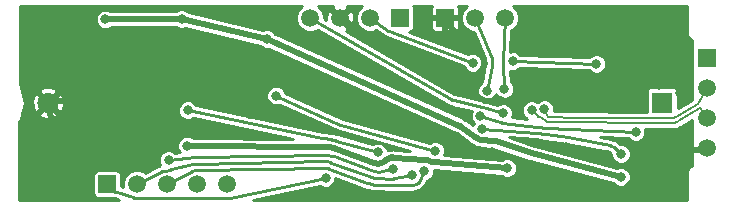
<source format=gbl>
G04 #@! TF.FileFunction,Copper,L2,Bot,Signal*
%FSLAX46Y46*%
G04 Gerber Fmt 4.6, Leading zero omitted, Abs format (unit mm)*
G04 Created by KiCad (PCBNEW 4.0.0-rc1-stable) date 18.12.2015 2:10:39*
%MOMM*%
G01*
G04 APERTURE LIST*
%ADD10C,0.100000*%
%ADD11R,1.800860X1.800860*%
%ADD12C,1.800860*%
%ADD13R,1.500000X1.500000*%
%ADD14C,1.500000*%
%ADD15C,0.800000*%
%ADD16C,0.500000*%
%ADD17C,0.250000*%
%ADD18C,0.200000*%
%ADD19C,0.254000*%
G04 APERTURE END LIST*
D10*
D11*
X173999440Y-118500000D03*
D12*
X122000560Y-118500000D03*
D13*
X155600000Y-111300000D03*
D14*
X158140000Y-111300000D03*
X160680000Y-111300000D03*
D13*
X177800000Y-114700000D03*
D14*
X177800000Y-117240000D03*
X177800000Y-119780000D03*
X177800000Y-122320000D03*
D13*
X151800000Y-111300000D03*
D14*
X149260000Y-111300000D03*
X146720000Y-111300000D03*
X144180000Y-111300000D03*
X137160000Y-125400000D03*
D13*
X127000000Y-125400000D03*
D14*
X129540000Y-125400000D03*
X132080000Y-125400000D03*
X134620000Y-125400000D03*
D15*
X174603000Y-122891400D03*
X166858800Y-122522700D03*
X169399800Y-122926800D03*
X164244400Y-116939000D03*
X168046600Y-116651600D03*
X163044100Y-112198900D03*
X172978700Y-112316800D03*
X157633300Y-113502700D03*
X156532700Y-117482000D03*
X160381200Y-118321200D03*
X154460800Y-120531900D03*
X156416600Y-121297000D03*
X159641800Y-125979900D03*
X165908700Y-126001900D03*
X134212400Y-117066600D03*
X142037000Y-119356200D03*
X138972800Y-119477600D03*
X132227600Y-114610500D03*
X126594700Y-117739500D03*
X122950400Y-123200600D03*
X147044400Y-119591000D03*
X148001700Y-117946200D03*
X120575400Y-121159500D03*
X123982900Y-119942600D03*
X127341600Y-119261100D03*
X129532200Y-120624100D03*
X132209400Y-120916100D03*
X132842300Y-117557400D03*
X138488900Y-117800800D03*
X145936600Y-113663100D03*
X145352500Y-117460000D03*
X136687800Y-121208200D03*
X126416800Y-123301400D03*
X128948000Y-122717200D03*
X145354800Y-120690100D03*
X158201000Y-126021200D03*
X156466700Y-122295800D03*
X159614000Y-122681200D03*
X162279600Y-113271400D03*
X167771400Y-113175000D03*
X166936400Y-118955800D03*
X163243100Y-121878300D03*
X165876600Y-122231600D03*
X168028300Y-125507400D03*
X175125800Y-111312300D03*
X173744900Y-116964700D03*
X175511200Y-117671200D03*
X133769200Y-122133000D03*
X160879100Y-124037900D03*
X140539300Y-113109200D03*
X170479200Y-124778200D03*
X133294000Y-111393400D03*
X126849900Y-111444300D03*
X132191900Y-123346200D03*
X151214600Y-124092100D03*
X158748000Y-120682700D03*
X170505600Y-122837100D03*
X161338000Y-114977000D03*
X168426700Y-115208800D03*
X133822300Y-119127700D03*
X149912100Y-122704700D03*
X145499700Y-124849200D03*
X152776000Y-124656600D03*
X153853600Y-124289800D03*
X141297500Y-117899500D03*
X154783300Y-122577100D03*
X159153000Y-117488300D03*
X160634400Y-117346600D03*
X164022100Y-119051100D03*
X162924600Y-119125600D03*
X160496200Y-119353000D03*
X157958200Y-115119600D03*
X158589400Y-119587100D03*
X171737200Y-120981400D03*
D16*
X163044100Y-112198900D02*
X167771400Y-113175000D01*
X132209400Y-120916100D02*
X129532200Y-120624100D01*
X127341600Y-119261100D02*
X126594700Y-117739500D01*
X129532200Y-120624100D02*
X128948000Y-122717200D01*
X156466700Y-122295800D02*
X156416600Y-121297000D01*
X166936400Y-118955800D02*
X168046600Y-116651600D01*
X165876600Y-122231600D02*
X163243100Y-121878300D01*
X173744900Y-116964700D02*
X175125800Y-111312300D01*
X174939400Y-117050900D02*
X173744900Y-116964700D01*
X175101800Y-117062700D02*
X174939400Y-117050900D01*
X175361000Y-117258500D02*
X175101800Y-117062700D01*
X175416800Y-117411600D02*
X175361000Y-117258500D01*
X175511200Y-117671200D02*
X175416800Y-117411600D01*
X147044400Y-119591000D02*
X148001700Y-117946200D01*
X122000600Y-118500000D02*
X122950400Y-123200600D01*
X122000600Y-118500000D02*
X126594700Y-117739500D01*
X134212400Y-117066600D02*
X132227600Y-114610500D01*
X138972800Y-119477600D02*
X142037000Y-119356200D01*
X134212400Y-117066600D02*
X138972800Y-119477600D01*
X146720000Y-111300000D02*
X156532700Y-117482000D01*
X159641800Y-125979900D02*
X165908700Y-126001900D01*
X154460800Y-120531900D02*
X156416600Y-121297000D01*
X158870300Y-118298100D02*
X156532700Y-117482000D01*
X159093800Y-118347400D02*
X159170400Y-118345800D01*
X158942600Y-118323300D02*
X159093800Y-118347400D01*
X158870300Y-118298100D02*
X158942600Y-118323300D01*
X160381200Y-118321200D02*
X159170400Y-118345800D01*
X158552900Y-115860600D02*
X156532700Y-117482000D01*
X158760800Y-114571100D02*
X158611800Y-114430000D01*
X158916000Y-114953300D02*
X158760800Y-114571100D01*
X158899200Y-115363800D02*
X158916000Y-114953300D01*
X158713200Y-115732100D02*
X158899200Y-115363800D01*
X158552900Y-115860600D02*
X158713200Y-115732100D01*
X157633300Y-113502700D02*
X158611800Y-114430000D01*
X156100000Y-111800000D02*
X155600000Y-111300000D01*
X156100000Y-112050000D02*
X156100000Y-111800000D01*
X156144600Y-112202500D02*
X156185500Y-112238300D01*
X156100000Y-112104100D02*
X156144600Y-112202500D01*
X156100000Y-112050000D02*
X156100000Y-112104100D01*
X157633300Y-113502700D02*
X156185500Y-112238300D01*
X167771400Y-113175000D02*
X172978700Y-112316800D01*
X164244400Y-116939000D02*
X168046600Y-116651600D01*
X166858800Y-122522700D02*
X169399800Y-122926800D01*
X177800000Y-122320000D02*
X174603000Y-122891400D01*
X154704500Y-123523900D02*
X160879100Y-124037900D01*
X154659600Y-123520200D02*
X154704500Y-123523900D01*
X154569700Y-123504000D02*
X154659600Y-123520200D01*
X154526600Y-123491900D02*
X154569700Y-123504000D01*
X154110300Y-123375000D02*
X154526600Y-123491900D01*
X153972400Y-123345900D02*
X153924600Y-123342400D01*
X154065600Y-123362400D02*
X153972400Y-123345900D01*
X154110300Y-123375000D02*
X154065600Y-123362400D01*
X151285600Y-123144700D02*
X153924600Y-123342400D01*
X150745000Y-123245500D02*
X150602800Y-123365200D01*
X151099700Y-123130800D02*
X150745000Y-123245500D01*
X151285600Y-123144700D02*
X151099700Y-123130800D01*
X150523900Y-123431600D02*
X150602800Y-123365200D01*
X150427900Y-123512500D02*
X150523900Y-123431600D01*
X150198100Y-123619500D02*
X150427900Y-123512500D01*
X149949900Y-123662400D02*
X150198100Y-123619500D01*
X149699100Y-123639200D02*
X149949900Y-123662400D01*
X149580300Y-123595000D02*
X149699100Y-123639200D01*
X146407900Y-122412600D02*
X149580300Y-123595000D01*
X145751800Y-122251200D02*
X145525300Y-122248900D01*
X146194700Y-122333300D02*
X145751800Y-122251200D01*
X146407900Y-122412600D02*
X146194700Y-122333300D01*
X133769200Y-122133000D02*
X145525300Y-122248900D01*
X133294000Y-111393400D02*
X126849900Y-111444300D01*
X140539300Y-113109200D02*
X133294000Y-111393400D01*
X162999800Y-122796700D02*
X170479200Y-124778200D01*
X162945200Y-122780500D02*
X162999800Y-122796700D01*
X159911900Y-121779000D02*
X162945200Y-122780500D01*
X159762400Y-121741300D02*
X159710500Y-121736000D01*
X159863000Y-121762900D02*
X159762400Y-121741300D01*
X159911900Y-121779000D02*
X159863000Y-121762900D01*
X158651500Y-121627900D02*
X159710500Y-121736000D01*
X158521700Y-121614700D02*
X158651500Y-121627900D01*
X158277900Y-121518700D02*
X158521700Y-121614700D01*
X158172900Y-121439000D02*
X158277900Y-121518700D01*
X156991700Y-120540700D02*
X158172900Y-121439000D01*
X156855300Y-120452500D02*
X156806500Y-120430600D01*
X156948100Y-120507600D02*
X156855300Y-120452500D01*
X156991700Y-120540700D02*
X156948100Y-120507600D01*
X140539300Y-113109200D02*
X156806500Y-120430600D01*
D17*
X134403700Y-123135000D02*
X132191900Y-123346200D01*
X134447100Y-123130900D02*
X134403700Y-123135000D01*
X134534300Y-123125900D02*
X134447100Y-123130900D01*
X134578000Y-123125100D02*
X134534300Y-123125900D01*
X145464200Y-122924200D02*
X134578000Y-123125100D01*
X145646100Y-122920900D02*
X145464200Y-122924200D01*
X146001500Y-122981600D02*
X145646100Y-122920900D01*
X146172100Y-123045100D02*
X146001500Y-122981600D01*
X149344500Y-124227600D02*
X146172100Y-123045100D01*
X150019700Y-124342700D02*
X150245700Y-124295300D01*
X149561300Y-124308300D02*
X150019700Y-124342700D01*
X149344500Y-124227600D02*
X149561300Y-124308300D01*
X151214600Y-124092100D02*
X150245700Y-124295300D01*
X169966800Y-122327400D02*
X170505600Y-122837100D01*
X169674000Y-122139900D02*
X169559500Y-122117300D01*
X169881400Y-122246800D02*
X169674000Y-122139900D01*
X169966800Y-122327400D02*
X169881400Y-122246800D01*
X166036300Y-121422100D02*
X169559500Y-122117300D01*
X166036300Y-121422100D02*
X165980500Y-121413100D01*
X164117700Y-121176700D02*
X165980500Y-121413100D01*
X164086000Y-121172200D02*
X164117700Y-121176700D01*
X163367500Y-121062600D02*
X164086000Y-121172200D01*
X163367500Y-121062600D02*
X163310400Y-121055900D01*
X158748000Y-120682700D02*
X163310400Y-121055900D01*
X161338000Y-114977000D02*
X168426700Y-115208800D01*
X146400700Y-121700100D02*
X149912100Y-122704700D01*
X146061300Y-121620200D02*
X145945900Y-121604200D01*
X146290700Y-121668600D02*
X146061300Y-121620200D01*
X146400700Y-121700100D02*
X146290700Y-121668600D01*
X145242400Y-121507500D02*
X145945900Y-121604200D01*
X145186300Y-121497800D02*
X145242400Y-121507500D01*
X133822300Y-119127700D02*
X145186300Y-121497800D01*
X137401500Y-126550000D02*
X145499700Y-124849200D01*
X137342000Y-126562500D02*
X137401500Y-126550000D01*
X137221600Y-126575100D02*
X137342000Y-126562500D01*
X137160000Y-126575100D02*
X137221600Y-126575100D01*
X129540000Y-126575100D02*
X137160000Y-126575100D01*
X129440800Y-126575100D02*
X129540000Y-126575100D01*
X129244200Y-126541600D02*
X129440800Y-126575100D01*
X129151100Y-126508900D02*
X129244200Y-126541600D01*
X127791400Y-126032000D02*
X129151100Y-126508900D01*
X127760600Y-126024900D02*
X127750000Y-126025000D01*
X127781500Y-126028500D02*
X127760600Y-126024900D01*
X127791400Y-126032000D02*
X127781500Y-126028500D01*
X127625000Y-126025000D02*
X127750000Y-126025000D01*
X127000000Y-125400000D02*
X127625000Y-126025000D01*
X131536400Y-124358200D02*
X129540000Y-125400000D01*
X131614700Y-124317400D02*
X131536400Y-124358200D01*
X131781800Y-124260000D02*
X131614700Y-124317400D01*
X131868700Y-124244100D02*
X131781800Y-124260000D01*
X132340300Y-124157900D02*
X131868700Y-124244100D01*
X132340300Y-124157900D02*
X132378700Y-124149900D01*
X134229300Y-123719600D02*
X132378700Y-124149900D01*
X134318300Y-123699000D02*
X134229300Y-123719600D01*
X134497800Y-123676800D02*
X134318300Y-123699000D01*
X134588200Y-123675100D02*
X134497800Y-123676800D01*
X145474300Y-123474200D02*
X134588200Y-123675100D01*
X145604300Y-123471900D02*
X145474300Y-123474200D01*
X145858200Y-123515300D02*
X145604300Y-123471900D01*
X145980000Y-123560600D02*
X145858200Y-123515300D01*
X149152400Y-124743000D02*
X145980000Y-123560600D01*
X149671000Y-124874000D02*
X149850900Y-124879100D01*
X149320000Y-124805500D02*
X149671000Y-124874000D01*
X149152400Y-124743000D02*
X149320000Y-124805500D01*
X151191400Y-124916900D02*
X149850900Y-124879100D01*
X151316600Y-124912000D02*
X151356800Y-124904900D01*
X151233200Y-124918100D02*
X151316600Y-124912000D01*
X151191400Y-124916900D02*
X151233200Y-124918100D01*
X152776000Y-124656600D02*
X151356800Y-124904900D01*
X134076400Y-124358200D02*
X132080000Y-125400000D01*
X134196900Y-124295300D02*
X134076400Y-124358200D01*
X134462400Y-124227600D02*
X134196900Y-124295300D01*
X134598300Y-124225100D02*
X134462400Y-124227600D01*
X145484500Y-124024200D02*
X134598300Y-124225100D01*
X145562500Y-124022900D02*
X145484500Y-124024200D01*
X145714800Y-124048900D02*
X145562500Y-124022900D01*
X145787900Y-124076100D02*
X145714800Y-124048900D01*
X148960200Y-125258500D02*
X145787900Y-124076100D01*
X149610000Y-125422600D02*
X149835400Y-125429000D01*
X149170200Y-125336800D02*
X149610000Y-125422600D01*
X148960200Y-125258500D02*
X149170200Y-125336800D01*
X151175900Y-125466800D02*
X149835400Y-125429000D01*
X151175900Y-125466800D02*
X151201900Y-125467200D01*
X152768400Y-125481700D02*
X151201900Y-125467200D01*
X153475800Y-125109800D02*
X153525300Y-125002000D01*
X153318200Y-125289900D02*
X153475800Y-125109800D01*
X153117400Y-125417200D02*
X153318200Y-125289900D01*
X152887300Y-125482800D02*
X153117400Y-125417200D01*
X152768400Y-125481700D02*
X152887300Y-125482800D01*
X153853600Y-124289800D02*
X153525300Y-125002000D01*
X146825400Y-120386500D02*
X154783300Y-122577100D01*
X146794500Y-120378000D02*
X146825400Y-120386500D01*
X146733500Y-120356000D02*
X146794500Y-120378000D01*
X146704600Y-120342900D02*
X146733500Y-120356000D01*
X141297500Y-117899500D02*
X146704600Y-120342900D01*
X159460500Y-114499600D02*
X158140000Y-111300000D01*
X159551500Y-114719700D02*
X159460500Y-114499600D01*
X159599200Y-115194400D02*
X159551500Y-114719700D01*
X159553500Y-115430000D02*
X159599200Y-115194400D01*
X159153000Y-117488300D02*
X159553500Y-115430000D01*
X160513800Y-114939300D02*
X160680000Y-111300000D01*
X160513000Y-114999800D02*
X160514000Y-115019600D01*
X160512900Y-114959400D02*
X160513000Y-114999800D01*
X160513800Y-114939300D02*
X160512900Y-114959400D01*
X160634400Y-117346600D02*
X160514000Y-115019600D01*
D18*
X166922300Y-119755800D02*
X164281600Y-119711600D01*
X166922300Y-119755800D02*
X166922300Y-119755800D01*
X166932500Y-119755900D02*
X166922300Y-119755800D01*
X166932500Y-119755900D02*
X166932500Y-119755900D01*
X171742900Y-119781300D02*
X166932500Y-119755900D01*
X171742900Y-119781300D02*
X171742900Y-119781300D01*
X171745300Y-119781300D02*
X171742900Y-119781300D01*
X171745300Y-119781300D02*
X171745300Y-119781300D01*
X171753400Y-119781400D02*
X171745300Y-119781300D01*
X171753400Y-119781400D02*
X171753400Y-119781400D01*
X171754600Y-119781400D02*
X171753400Y-119781400D01*
X171754600Y-119781400D02*
X171754600Y-119781400D01*
X173093100Y-119800400D02*
X171754600Y-119781400D01*
X173093100Y-119800400D02*
X173093100Y-119800400D01*
X173100200Y-119800500D02*
X173093100Y-119800400D01*
X173100200Y-119800500D02*
X173100200Y-119800500D01*
X174871900Y-119800500D02*
X173100200Y-119800500D01*
X174871900Y-119800500D02*
X174871900Y-119800500D01*
X175134000Y-119726000D02*
X174871900Y-119800500D01*
X175134000Y-119726000D02*
X175134000Y-119726000D01*
X176981200Y-118583400D02*
X175134000Y-119726000D01*
X164281600Y-119711600D02*
X164022100Y-119051100D01*
X177800000Y-117240000D02*
X176981200Y-118583400D01*
X166915600Y-120155700D02*
X164275000Y-120111600D01*
X166915600Y-120155700D02*
X166915600Y-120155700D01*
X166918800Y-120155800D02*
X166915600Y-120155700D01*
X166918800Y-120155800D02*
X166918800Y-120155800D01*
X166929000Y-120155900D02*
X166918800Y-120155800D01*
X166929000Y-120155900D02*
X166929000Y-120155900D01*
X166930400Y-120155900D02*
X166929000Y-120155900D01*
X166930400Y-120155900D02*
X166930400Y-120155900D01*
X171740800Y-120181300D02*
X166930400Y-120155900D01*
X171740800Y-120181300D02*
X171740800Y-120181300D01*
X171748900Y-120181400D02*
X171740800Y-120181300D01*
X171748900Y-120181400D02*
X171748900Y-120181400D01*
X173087400Y-120200400D02*
X171748900Y-120181400D01*
X173087400Y-120200400D02*
X173087400Y-120200400D01*
X173088400Y-120200400D02*
X173087400Y-120200400D01*
X173088400Y-120200400D02*
X173088400Y-120200400D01*
X173095500Y-120200500D02*
X173088400Y-120200400D01*
X173095500Y-120200500D02*
X173095500Y-120200500D01*
X173100200Y-120200500D02*
X173095500Y-120200500D01*
X173100200Y-120200500D02*
X173100200Y-120200500D01*
X174871900Y-120200500D02*
X173100200Y-120200500D01*
X174871900Y-120200500D02*
X174871900Y-120200500D01*
X174899600Y-120200500D02*
X174871900Y-120200500D01*
X174899600Y-120200500D02*
X174899600Y-120200500D01*
X174954300Y-120192900D02*
X174899600Y-120200500D01*
X174954300Y-120192900D02*
X174954300Y-120192900D01*
X174981200Y-120185300D02*
X174954300Y-120192900D01*
X174981200Y-120185300D02*
X174981200Y-120185300D01*
X175243300Y-120110800D02*
X174981200Y-120185300D01*
X175243300Y-120110800D02*
X175243300Y-120110800D01*
X175270200Y-120103100D02*
X175243300Y-120110800D01*
X175270200Y-120103100D02*
X175270200Y-120103100D01*
X175320700Y-120080800D02*
X175270200Y-120103100D01*
X175320700Y-120080800D02*
X175320700Y-120080800D01*
X175344500Y-120066100D02*
X175320700Y-120080800D01*
X175344500Y-120066100D02*
X175344500Y-120066100D01*
X177215200Y-118907800D02*
X175344500Y-120066100D01*
X163478700Y-119638300D02*
X162924600Y-119125600D01*
X163568600Y-119711400D02*
X163601400Y-119731700D01*
X163507400Y-119664900D02*
X163568600Y-119711400D01*
X163478700Y-119638300D02*
X163507400Y-119664900D01*
X164025500Y-119993800D02*
X163601400Y-119731700D01*
X164026900Y-119994600D02*
X164025500Y-119993800D01*
X164176000Y-120083400D02*
X164026900Y-119994600D01*
X164246500Y-120110600D02*
X164271700Y-120111500D01*
X164197700Y-120096300D02*
X164246500Y-120110600D01*
X164176000Y-120083400D02*
X164197700Y-120096300D01*
X164275000Y-120111600D02*
X164271700Y-120111500D01*
X177800000Y-119780000D02*
X177215200Y-118907800D01*
D17*
X156120000Y-118196500D02*
X144180000Y-111300000D01*
X156279700Y-118269600D02*
X156337200Y-118283600D01*
X156171200Y-118226100D02*
X156279700Y-118269600D01*
X156120000Y-118196500D02*
X156171200Y-118226100D01*
X158763000Y-118875300D02*
X156337200Y-118283600D01*
X158784200Y-118880800D02*
X158763000Y-118875300D01*
X160496200Y-119353000D02*
X158784200Y-118880800D01*
X150803800Y-112396600D02*
X149260000Y-111300000D01*
X150874100Y-112438000D02*
X150899500Y-112447600D01*
X150826200Y-112412500D02*
X150874100Y-112438000D01*
X150803800Y-112396600D02*
X150826200Y-112412500D01*
X157958200Y-115119600D02*
X150899500Y-112447600D01*
X164244900Y-120635900D02*
X171737200Y-120981400D01*
X164225600Y-120635000D02*
X164244900Y-120635900D01*
X164187800Y-120631300D02*
X164225600Y-120635000D01*
X164169000Y-120628400D02*
X164187800Y-120631300D01*
X163450400Y-120518800D02*
X164169000Y-120628400D01*
X163450400Y-120518800D02*
X163397800Y-120511800D01*
X160403400Y-120172900D02*
X163397800Y-120511800D01*
X160360800Y-120168100D02*
X160403400Y-120172900D01*
X160276300Y-120149500D02*
X160360800Y-120168100D01*
X160235300Y-120135800D02*
X160276300Y-120149500D01*
X158589400Y-119587100D02*
X160235300Y-120135800D01*
D19*
G36*
X143182770Y-110632412D02*
X143003205Y-111064853D01*
X143002796Y-111533093D01*
X143181606Y-111965846D01*
X143512412Y-112297230D01*
X143944853Y-112476795D01*
X144413093Y-112477204D01*
X144821967Y-112308260D01*
X155843720Y-118674384D01*
X155843722Y-118674386D01*
X155894923Y-118703986D01*
X155932518Y-118716772D01*
X155965785Y-118738456D01*
X156074285Y-118781956D01*
X156113206Y-118789238D01*
X156149115Y-118805932D01*
X156206615Y-118819932D01*
X156206618Y-118819932D01*
X157846408Y-119219909D01*
X157762544Y-119421878D01*
X157762257Y-119750879D01*
X157887895Y-120054946D01*
X158047015Y-120214345D01*
X157959162Y-120425920D01*
X157401511Y-120001827D01*
X157401250Y-120001700D01*
X157401059Y-120001484D01*
X157357459Y-119968384D01*
X157322584Y-119951408D01*
X157293735Y-119925478D01*
X157200935Y-119870378D01*
X157164217Y-119857412D01*
X157132485Y-119834845D01*
X157084183Y-119813168D01*
X141261700Y-112691924D01*
X141240805Y-112641354D01*
X141008370Y-112408512D01*
X140704522Y-112282344D01*
X140375521Y-112282057D01*
X140233010Y-112340941D01*
X133914778Y-110844686D01*
X133763070Y-110692712D01*
X133459222Y-110566544D01*
X133130221Y-110566257D01*
X132826154Y-110691895D01*
X132797700Y-110720299D01*
X127338741Y-110763418D01*
X127318970Y-110743612D01*
X127015122Y-110617444D01*
X126686121Y-110617157D01*
X126382054Y-110742795D01*
X126149212Y-110975230D01*
X126023044Y-111279078D01*
X126022757Y-111608079D01*
X126148395Y-111912146D01*
X126380830Y-112144988D01*
X126684678Y-112271156D01*
X127013679Y-112271443D01*
X127317746Y-112145805D01*
X127346200Y-112117401D01*
X132805159Y-112074282D01*
X132824930Y-112094088D01*
X133128778Y-112220256D01*
X133457779Y-112220543D01*
X133600290Y-112161659D01*
X139918522Y-113657914D01*
X140070230Y-113809888D01*
X140374078Y-113936056D01*
X140703079Y-113936343D01*
X140715848Y-113931067D01*
X156528646Y-121047954D01*
X156529010Y-121048038D01*
X156529315Y-121048255D01*
X156542874Y-121054340D01*
X156569389Y-121070083D01*
X156581889Y-121079573D01*
X157763088Y-121977872D01*
X157763373Y-121978011D01*
X157763584Y-121978249D01*
X157868584Y-122057949D01*
X157951909Y-122098499D01*
X158029858Y-122148624D01*
X158273658Y-122244624D01*
X158364731Y-122261081D01*
X158453206Y-122288226D01*
X158583005Y-122301426D01*
X159641751Y-122409500D01*
X159641752Y-122409500D01*
X159656633Y-122411020D01*
X159685576Y-122417234D01*
X159700182Y-122422043D01*
X162732946Y-123423366D01*
X162743352Y-123424648D01*
X162752629Y-123429534D01*
X162807230Y-123445734D01*
X162817320Y-123446666D01*
X162826425Y-123451124D01*
X169841022Y-125309484D01*
X170010130Y-125478888D01*
X170313978Y-125605056D01*
X170642979Y-125605343D01*
X170947046Y-125479705D01*
X171179888Y-125247270D01*
X171306056Y-124943422D01*
X171306343Y-124614421D01*
X171180705Y-124310354D01*
X170948270Y-124077512D01*
X170644422Y-123951344D01*
X170315421Y-123951057D01*
X170192437Y-124001873D01*
X163182790Y-122144823D01*
X163147653Y-122134398D01*
X160981656Y-121419254D01*
X163255699Y-121605269D01*
X163293696Y-121609727D01*
X164002761Y-121717888D01*
X164005670Y-121717757D01*
X164008418Y-121718721D01*
X164040118Y-121723221D01*
X164044266Y-121722991D01*
X164048205Y-121724308D01*
X165901789Y-121959538D01*
X165938879Y-121965521D01*
X169452608Y-122658852D01*
X169452609Y-122658852D01*
X169490506Y-122666332D01*
X169559212Y-122701746D01*
X169587456Y-122728402D01*
X169678619Y-122814642D01*
X169678457Y-123000879D01*
X169804095Y-123304946D01*
X170036530Y-123537788D01*
X170340378Y-123663956D01*
X170669379Y-123664243D01*
X170973446Y-123538605D01*
X171206288Y-123306170D01*
X171332456Y-123002322D01*
X171332743Y-122673321D01*
X171207105Y-122369254D01*
X170974670Y-122136412D01*
X170670822Y-122010244D01*
X170434559Y-122010038D01*
X170346144Y-121926398D01*
X170345866Y-121926223D01*
X170345678Y-121925959D01*
X170260278Y-121845358D01*
X170194784Y-121804284D01*
X170134300Y-121756142D01*
X169926900Y-121649242D01*
X169852475Y-121627876D01*
X169780891Y-121598348D01*
X169666391Y-121575748D01*
X169666376Y-121575748D01*
X169666361Y-121575742D01*
X168758662Y-121396634D01*
X171090519Y-121504166D01*
X171268130Y-121682088D01*
X171571978Y-121808256D01*
X171900979Y-121808543D01*
X172205046Y-121682905D01*
X172437888Y-121450470D01*
X172564056Y-121146622D01*
X172564343Y-120817621D01*
X172523781Y-120719453D01*
X173079920Y-120727347D01*
X173080486Y-120727243D01*
X173080978Y-120727348D01*
X173088078Y-120727448D01*
X173088338Y-120727400D01*
X173088400Y-120727400D01*
X173089177Y-120727245D01*
X173091795Y-120726763D01*
X173095500Y-120727500D01*
X174899600Y-120727500D01*
X174935541Y-120720351D01*
X174972125Y-120722486D01*
X175026824Y-120714886D01*
X175061251Y-120702924D01*
X175097583Y-120700048D01*
X175124483Y-120692448D01*
X175124863Y-120692254D01*
X175125288Y-120692220D01*
X175387388Y-120617720D01*
X175387831Y-120617493D01*
X175388327Y-120617452D01*
X175415226Y-120609752D01*
X175434716Y-120599725D01*
X175444974Y-120597685D01*
X175449980Y-120594340D01*
X175471874Y-120589985D01*
X175477031Y-120586539D01*
X175483083Y-120585189D01*
X175533583Y-120562889D01*
X175563444Y-120541921D01*
X175597635Y-120529171D01*
X175621435Y-120514470D01*
X175621652Y-120514268D01*
X175621932Y-120514163D01*
X176473000Y-119987199D01*
X176473000Y-123823262D01*
X176407893Y-123836212D01*
X176245032Y-123945032D01*
X176136212Y-124107893D01*
X176098000Y-124300000D01*
X176098000Y-126698000D01*
X139382447Y-126698000D01*
X144999163Y-125518366D01*
X145030630Y-125549888D01*
X145334478Y-125676056D01*
X145663479Y-125676343D01*
X145967546Y-125550705D01*
X146200388Y-125318270D01*
X146326556Y-125014422D01*
X146326685Y-124866016D01*
X148767352Y-125775717D01*
X148977351Y-125854017D01*
X149022338Y-125861302D01*
X149064504Y-125878586D01*
X149504303Y-125964386D01*
X149549890Y-125964218D01*
X149594333Y-125974378D01*
X149819733Y-125980778D01*
X149819787Y-125980769D01*
X149819841Y-125980781D01*
X151160341Y-126018581D01*
X151163890Y-126017979D01*
X151167409Y-126018735D01*
X151193409Y-126019135D01*
X151195106Y-126018825D01*
X151196791Y-126019176D01*
X152763291Y-126033676D01*
X152763293Y-126033676D01*
X152882193Y-126034776D01*
X152959856Y-126020074D01*
X153038641Y-126013648D01*
X153268741Y-125948048D01*
X153339144Y-125911925D01*
X153412959Y-125883407D01*
X153613759Y-125756107D01*
X153670966Y-125701586D01*
X153733608Y-125653411D01*
X153891208Y-125473311D01*
X153930850Y-125404478D01*
X153977442Y-125340146D01*
X154026635Y-125233015D01*
X154094906Y-125084909D01*
X154321446Y-124991305D01*
X154554288Y-124758870D01*
X154680456Y-124455022D01*
X154680677Y-124201258D01*
X160344277Y-124672720D01*
X160410030Y-124738588D01*
X160713878Y-124864756D01*
X161042879Y-124865043D01*
X161346946Y-124739405D01*
X161579788Y-124506970D01*
X161705956Y-124203122D01*
X161706243Y-123874121D01*
X161580605Y-123570054D01*
X161348170Y-123337212D01*
X161044322Y-123211044D01*
X160715321Y-123210757D01*
X160445058Y-123322427D01*
X155538863Y-122914015D01*
X155610156Y-122742322D01*
X155610443Y-122413321D01*
X155484805Y-122109254D01*
X155252370Y-121876412D01*
X154948522Y-121750244D01*
X154619521Y-121749957D01*
X154315454Y-121875595D01*
X154315307Y-121875742D01*
X146971902Y-119854296D01*
X146971852Y-119854292D01*
X146971807Y-119854270D01*
X146961595Y-119851461D01*
X146941413Y-119844182D01*
X146932495Y-119840140D01*
X146932177Y-119840066D01*
X146931910Y-119839875D01*
X142089999Y-117651876D01*
X141999005Y-117431654D01*
X141766570Y-117198812D01*
X141462722Y-117072644D01*
X141133721Y-117072357D01*
X140829654Y-117197995D01*
X140596812Y-117430430D01*
X140470644Y-117734278D01*
X140470357Y-118063279D01*
X140595995Y-118367346D01*
X140828430Y-118600188D01*
X141132278Y-118726356D01*
X141461279Y-118726643D01*
X141631656Y-118656245D01*
X146477289Y-120845925D01*
X146477290Y-120845925D01*
X146505605Y-120858760D01*
X146527217Y-120863803D01*
X146546225Y-120875261D01*
X146607225Y-120897261D01*
X146628690Y-120900501D01*
X146648094Y-120910230D01*
X146678896Y-120918703D01*
X146678898Y-120918704D01*
X152678079Y-122570120D01*
X151336176Y-122469592D01*
X151336126Y-122469598D01*
X151336079Y-122469585D01*
X151150179Y-122455685D01*
X151020897Y-122471499D01*
X150891397Y-122486642D01*
X150737393Y-122536443D01*
X150613605Y-122236854D01*
X150381170Y-122004012D01*
X150077322Y-121877844D01*
X149748321Y-121877557D01*
X149453537Y-121999360D01*
X146552534Y-121169392D01*
X146552530Y-121169392D01*
X146442665Y-121137930D01*
X146422895Y-121136294D01*
X146404655Y-121128490D01*
X146175255Y-121080091D01*
X146155643Y-121079864D01*
X146137109Y-121073430D01*
X146021709Y-121057430D01*
X146021379Y-121057449D01*
X146021069Y-121057342D01*
X145327027Y-120961942D01*
X145289696Y-120955487D01*
X134546538Y-118714871D01*
X134523805Y-118659854D01*
X134291370Y-118427012D01*
X133987522Y-118300844D01*
X133658521Y-118300557D01*
X133354454Y-118426195D01*
X133121612Y-118658630D01*
X132995444Y-118962478D01*
X132995157Y-119291479D01*
X133120795Y-119595546D01*
X133353230Y-119828388D01*
X133657078Y-119954556D01*
X133986079Y-119954843D01*
X134290146Y-119829205D01*
X134323335Y-119796074D01*
X142704446Y-121544057D01*
X134266781Y-121460873D01*
X134238270Y-121432312D01*
X133934422Y-121306144D01*
X133605421Y-121305857D01*
X133301354Y-121431495D01*
X133068512Y-121663930D01*
X132942344Y-121967778D01*
X132942057Y-122296779D01*
X133067695Y-122600846D01*
X133165408Y-122698730D01*
X132753371Y-122738075D01*
X132660970Y-122645512D01*
X132357122Y-122519344D01*
X132028121Y-122519057D01*
X131724054Y-122644695D01*
X131491212Y-122877130D01*
X131365044Y-123180978D01*
X131364757Y-123509979D01*
X131476788Y-123781114D01*
X131435369Y-123795342D01*
X131399480Y-123816237D01*
X131359620Y-123827872D01*
X131281320Y-123868671D01*
X131281187Y-123868777D01*
X131281025Y-123868825D01*
X130224795Y-124420007D01*
X130207588Y-124402770D01*
X129775147Y-124223205D01*
X129306907Y-124222796D01*
X128874154Y-124401606D01*
X128542770Y-124732412D01*
X128363205Y-125164853D01*
X128362796Y-125633093D01*
X128369730Y-125649874D01*
X128185365Y-125585210D01*
X128185365Y-124650000D01*
X128155591Y-124491763D01*
X128062073Y-124346433D01*
X127919381Y-124248936D01*
X127750000Y-124214635D01*
X126250000Y-124214635D01*
X126091763Y-124244409D01*
X125946433Y-124337927D01*
X125848936Y-124480619D01*
X125814635Y-124650000D01*
X125814635Y-126150000D01*
X125844409Y-126308237D01*
X125937927Y-126453567D01*
X126080619Y-126551064D01*
X126250000Y-126585365D01*
X127701294Y-126585365D01*
X128022430Y-126698000D01*
X119529887Y-126698000D01*
X119567859Y-120090939D01*
X119735426Y-119840157D01*
X119809700Y-119466756D01*
X121213409Y-119466756D01*
X121311286Y-119664770D01*
X121809492Y-119839880D01*
X122336786Y-119811006D01*
X122689834Y-119664770D01*
X122787711Y-119466756D01*
X122000560Y-118679605D01*
X121213409Y-119466756D01*
X119809700Y-119466756D01*
X120002000Y-118500000D01*
X119963995Y-118308932D01*
X120660680Y-118308932D01*
X120689554Y-118836226D01*
X120835790Y-119189274D01*
X121033804Y-119287151D01*
X121820955Y-118500000D01*
X122180165Y-118500000D01*
X122967316Y-119287151D01*
X123165330Y-119189274D01*
X123340440Y-118691068D01*
X123311566Y-118163774D01*
X123165330Y-117810726D01*
X122967316Y-117712849D01*
X122180165Y-118500000D01*
X121820955Y-118500000D01*
X121033804Y-117712849D01*
X120835790Y-117810726D01*
X120660680Y-118308932D01*
X119963995Y-118308932D01*
X119809701Y-117533244D01*
X121213409Y-117533244D01*
X122000560Y-118320395D01*
X122787711Y-117533244D01*
X122689834Y-117335230D01*
X122191628Y-117160120D01*
X121664334Y-117188994D01*
X121311286Y-117335230D01*
X121213409Y-117533244D01*
X119809701Y-117533244D01*
X119735426Y-117159843D01*
X119585989Y-116936195D01*
X119624117Y-110302000D01*
X143513759Y-110302000D01*
X143182770Y-110632412D01*
X143182770Y-110632412D01*
G37*
X143182770Y-110632412D02*
X143003205Y-111064853D01*
X143002796Y-111533093D01*
X143181606Y-111965846D01*
X143512412Y-112297230D01*
X143944853Y-112476795D01*
X144413093Y-112477204D01*
X144821967Y-112308260D01*
X155843720Y-118674384D01*
X155843722Y-118674386D01*
X155894923Y-118703986D01*
X155932518Y-118716772D01*
X155965785Y-118738456D01*
X156074285Y-118781956D01*
X156113206Y-118789238D01*
X156149115Y-118805932D01*
X156206615Y-118819932D01*
X156206618Y-118819932D01*
X157846408Y-119219909D01*
X157762544Y-119421878D01*
X157762257Y-119750879D01*
X157887895Y-120054946D01*
X158047015Y-120214345D01*
X157959162Y-120425920D01*
X157401511Y-120001827D01*
X157401250Y-120001700D01*
X157401059Y-120001484D01*
X157357459Y-119968384D01*
X157322584Y-119951408D01*
X157293735Y-119925478D01*
X157200935Y-119870378D01*
X157164217Y-119857412D01*
X157132485Y-119834845D01*
X157084183Y-119813168D01*
X141261700Y-112691924D01*
X141240805Y-112641354D01*
X141008370Y-112408512D01*
X140704522Y-112282344D01*
X140375521Y-112282057D01*
X140233010Y-112340941D01*
X133914778Y-110844686D01*
X133763070Y-110692712D01*
X133459222Y-110566544D01*
X133130221Y-110566257D01*
X132826154Y-110691895D01*
X132797700Y-110720299D01*
X127338741Y-110763418D01*
X127318970Y-110743612D01*
X127015122Y-110617444D01*
X126686121Y-110617157D01*
X126382054Y-110742795D01*
X126149212Y-110975230D01*
X126023044Y-111279078D01*
X126022757Y-111608079D01*
X126148395Y-111912146D01*
X126380830Y-112144988D01*
X126684678Y-112271156D01*
X127013679Y-112271443D01*
X127317746Y-112145805D01*
X127346200Y-112117401D01*
X132805159Y-112074282D01*
X132824930Y-112094088D01*
X133128778Y-112220256D01*
X133457779Y-112220543D01*
X133600290Y-112161659D01*
X139918522Y-113657914D01*
X140070230Y-113809888D01*
X140374078Y-113936056D01*
X140703079Y-113936343D01*
X140715848Y-113931067D01*
X156528646Y-121047954D01*
X156529010Y-121048038D01*
X156529315Y-121048255D01*
X156542874Y-121054340D01*
X156569389Y-121070083D01*
X156581889Y-121079573D01*
X157763088Y-121977872D01*
X157763373Y-121978011D01*
X157763584Y-121978249D01*
X157868584Y-122057949D01*
X157951909Y-122098499D01*
X158029858Y-122148624D01*
X158273658Y-122244624D01*
X158364731Y-122261081D01*
X158453206Y-122288226D01*
X158583005Y-122301426D01*
X159641751Y-122409500D01*
X159641752Y-122409500D01*
X159656633Y-122411020D01*
X159685576Y-122417234D01*
X159700182Y-122422043D01*
X162732946Y-123423366D01*
X162743352Y-123424648D01*
X162752629Y-123429534D01*
X162807230Y-123445734D01*
X162817320Y-123446666D01*
X162826425Y-123451124D01*
X169841022Y-125309484D01*
X170010130Y-125478888D01*
X170313978Y-125605056D01*
X170642979Y-125605343D01*
X170947046Y-125479705D01*
X171179888Y-125247270D01*
X171306056Y-124943422D01*
X171306343Y-124614421D01*
X171180705Y-124310354D01*
X170948270Y-124077512D01*
X170644422Y-123951344D01*
X170315421Y-123951057D01*
X170192437Y-124001873D01*
X163182790Y-122144823D01*
X163147653Y-122134398D01*
X160981656Y-121419254D01*
X163255699Y-121605269D01*
X163293696Y-121609727D01*
X164002761Y-121717888D01*
X164005670Y-121717757D01*
X164008418Y-121718721D01*
X164040118Y-121723221D01*
X164044266Y-121722991D01*
X164048205Y-121724308D01*
X165901789Y-121959538D01*
X165938879Y-121965521D01*
X169452608Y-122658852D01*
X169452609Y-122658852D01*
X169490506Y-122666332D01*
X169559212Y-122701746D01*
X169587456Y-122728402D01*
X169678619Y-122814642D01*
X169678457Y-123000879D01*
X169804095Y-123304946D01*
X170036530Y-123537788D01*
X170340378Y-123663956D01*
X170669379Y-123664243D01*
X170973446Y-123538605D01*
X171206288Y-123306170D01*
X171332456Y-123002322D01*
X171332743Y-122673321D01*
X171207105Y-122369254D01*
X170974670Y-122136412D01*
X170670822Y-122010244D01*
X170434559Y-122010038D01*
X170346144Y-121926398D01*
X170345866Y-121926223D01*
X170345678Y-121925959D01*
X170260278Y-121845358D01*
X170194784Y-121804284D01*
X170134300Y-121756142D01*
X169926900Y-121649242D01*
X169852475Y-121627876D01*
X169780891Y-121598348D01*
X169666391Y-121575748D01*
X169666376Y-121575748D01*
X169666361Y-121575742D01*
X168758662Y-121396634D01*
X171090519Y-121504166D01*
X171268130Y-121682088D01*
X171571978Y-121808256D01*
X171900979Y-121808543D01*
X172205046Y-121682905D01*
X172437888Y-121450470D01*
X172564056Y-121146622D01*
X172564343Y-120817621D01*
X172523781Y-120719453D01*
X173079920Y-120727347D01*
X173080486Y-120727243D01*
X173080978Y-120727348D01*
X173088078Y-120727448D01*
X173088338Y-120727400D01*
X173088400Y-120727400D01*
X173089177Y-120727245D01*
X173091795Y-120726763D01*
X173095500Y-120727500D01*
X174899600Y-120727500D01*
X174935541Y-120720351D01*
X174972125Y-120722486D01*
X175026824Y-120714886D01*
X175061251Y-120702924D01*
X175097583Y-120700048D01*
X175124483Y-120692448D01*
X175124863Y-120692254D01*
X175125288Y-120692220D01*
X175387388Y-120617720D01*
X175387831Y-120617493D01*
X175388327Y-120617452D01*
X175415226Y-120609752D01*
X175434716Y-120599725D01*
X175444974Y-120597685D01*
X175449980Y-120594340D01*
X175471874Y-120589985D01*
X175477031Y-120586539D01*
X175483083Y-120585189D01*
X175533583Y-120562889D01*
X175563444Y-120541921D01*
X175597635Y-120529171D01*
X175621435Y-120514470D01*
X175621652Y-120514268D01*
X175621932Y-120514163D01*
X176473000Y-119987199D01*
X176473000Y-123823262D01*
X176407893Y-123836212D01*
X176245032Y-123945032D01*
X176136212Y-124107893D01*
X176098000Y-124300000D01*
X176098000Y-126698000D01*
X139382447Y-126698000D01*
X144999163Y-125518366D01*
X145030630Y-125549888D01*
X145334478Y-125676056D01*
X145663479Y-125676343D01*
X145967546Y-125550705D01*
X146200388Y-125318270D01*
X146326556Y-125014422D01*
X146326685Y-124866016D01*
X148767352Y-125775717D01*
X148977351Y-125854017D01*
X149022338Y-125861302D01*
X149064504Y-125878586D01*
X149504303Y-125964386D01*
X149549890Y-125964218D01*
X149594333Y-125974378D01*
X149819733Y-125980778D01*
X149819787Y-125980769D01*
X149819841Y-125980781D01*
X151160341Y-126018581D01*
X151163890Y-126017979D01*
X151167409Y-126018735D01*
X151193409Y-126019135D01*
X151195106Y-126018825D01*
X151196791Y-126019176D01*
X152763291Y-126033676D01*
X152763293Y-126033676D01*
X152882193Y-126034776D01*
X152959856Y-126020074D01*
X153038641Y-126013648D01*
X153268741Y-125948048D01*
X153339144Y-125911925D01*
X153412959Y-125883407D01*
X153613759Y-125756107D01*
X153670966Y-125701586D01*
X153733608Y-125653411D01*
X153891208Y-125473311D01*
X153930850Y-125404478D01*
X153977442Y-125340146D01*
X154026635Y-125233015D01*
X154094906Y-125084909D01*
X154321446Y-124991305D01*
X154554288Y-124758870D01*
X154680456Y-124455022D01*
X154680677Y-124201258D01*
X160344277Y-124672720D01*
X160410030Y-124738588D01*
X160713878Y-124864756D01*
X161042879Y-124865043D01*
X161346946Y-124739405D01*
X161579788Y-124506970D01*
X161705956Y-124203122D01*
X161706243Y-123874121D01*
X161580605Y-123570054D01*
X161348170Y-123337212D01*
X161044322Y-123211044D01*
X160715321Y-123210757D01*
X160445058Y-123322427D01*
X155538863Y-122914015D01*
X155610156Y-122742322D01*
X155610443Y-122413321D01*
X155484805Y-122109254D01*
X155252370Y-121876412D01*
X154948522Y-121750244D01*
X154619521Y-121749957D01*
X154315454Y-121875595D01*
X154315307Y-121875742D01*
X146971902Y-119854296D01*
X146971852Y-119854292D01*
X146971807Y-119854270D01*
X146961595Y-119851461D01*
X146941413Y-119844182D01*
X146932495Y-119840140D01*
X146932177Y-119840066D01*
X146931910Y-119839875D01*
X142089999Y-117651876D01*
X141999005Y-117431654D01*
X141766570Y-117198812D01*
X141462722Y-117072644D01*
X141133721Y-117072357D01*
X140829654Y-117197995D01*
X140596812Y-117430430D01*
X140470644Y-117734278D01*
X140470357Y-118063279D01*
X140595995Y-118367346D01*
X140828430Y-118600188D01*
X141132278Y-118726356D01*
X141461279Y-118726643D01*
X141631656Y-118656245D01*
X146477289Y-120845925D01*
X146477290Y-120845925D01*
X146505605Y-120858760D01*
X146527217Y-120863803D01*
X146546225Y-120875261D01*
X146607225Y-120897261D01*
X146628690Y-120900501D01*
X146648094Y-120910230D01*
X146678896Y-120918703D01*
X146678898Y-120918704D01*
X152678079Y-122570120D01*
X151336176Y-122469592D01*
X151336126Y-122469598D01*
X151336079Y-122469585D01*
X151150179Y-122455685D01*
X151020897Y-122471499D01*
X150891397Y-122486642D01*
X150737393Y-122536443D01*
X150613605Y-122236854D01*
X150381170Y-122004012D01*
X150077322Y-121877844D01*
X149748321Y-121877557D01*
X149453537Y-121999360D01*
X146552534Y-121169392D01*
X146552530Y-121169392D01*
X146442665Y-121137930D01*
X146422895Y-121136294D01*
X146404655Y-121128490D01*
X146175255Y-121080091D01*
X146155643Y-121079864D01*
X146137109Y-121073430D01*
X146021709Y-121057430D01*
X146021379Y-121057449D01*
X146021069Y-121057342D01*
X145327027Y-120961942D01*
X145289696Y-120955487D01*
X134546538Y-118714871D01*
X134523805Y-118659854D01*
X134291370Y-118427012D01*
X133987522Y-118300844D01*
X133658521Y-118300557D01*
X133354454Y-118426195D01*
X133121612Y-118658630D01*
X132995444Y-118962478D01*
X132995157Y-119291479D01*
X133120795Y-119595546D01*
X133353230Y-119828388D01*
X133657078Y-119954556D01*
X133986079Y-119954843D01*
X134290146Y-119829205D01*
X134323335Y-119796074D01*
X142704446Y-121544057D01*
X134266781Y-121460873D01*
X134238270Y-121432312D01*
X133934422Y-121306144D01*
X133605421Y-121305857D01*
X133301354Y-121431495D01*
X133068512Y-121663930D01*
X132942344Y-121967778D01*
X132942057Y-122296779D01*
X133067695Y-122600846D01*
X133165408Y-122698730D01*
X132753371Y-122738075D01*
X132660970Y-122645512D01*
X132357122Y-122519344D01*
X132028121Y-122519057D01*
X131724054Y-122644695D01*
X131491212Y-122877130D01*
X131365044Y-123180978D01*
X131364757Y-123509979D01*
X131476788Y-123781114D01*
X131435369Y-123795342D01*
X131399480Y-123816237D01*
X131359620Y-123827872D01*
X131281320Y-123868671D01*
X131281187Y-123868777D01*
X131281025Y-123868825D01*
X130224795Y-124420007D01*
X130207588Y-124402770D01*
X129775147Y-124223205D01*
X129306907Y-124222796D01*
X128874154Y-124401606D01*
X128542770Y-124732412D01*
X128363205Y-125164853D01*
X128362796Y-125633093D01*
X128369730Y-125649874D01*
X128185365Y-125585210D01*
X128185365Y-124650000D01*
X128155591Y-124491763D01*
X128062073Y-124346433D01*
X127919381Y-124248936D01*
X127750000Y-124214635D01*
X126250000Y-124214635D01*
X126091763Y-124244409D01*
X125946433Y-124337927D01*
X125848936Y-124480619D01*
X125814635Y-124650000D01*
X125814635Y-126150000D01*
X125844409Y-126308237D01*
X125937927Y-126453567D01*
X126080619Y-126551064D01*
X126250000Y-126585365D01*
X127701294Y-126585365D01*
X128022430Y-126698000D01*
X119529887Y-126698000D01*
X119567859Y-120090939D01*
X119735426Y-119840157D01*
X119809700Y-119466756D01*
X121213409Y-119466756D01*
X121311286Y-119664770D01*
X121809492Y-119839880D01*
X122336786Y-119811006D01*
X122689834Y-119664770D01*
X122787711Y-119466756D01*
X122000560Y-118679605D01*
X121213409Y-119466756D01*
X119809700Y-119466756D01*
X120002000Y-118500000D01*
X119963995Y-118308932D01*
X120660680Y-118308932D01*
X120689554Y-118836226D01*
X120835790Y-119189274D01*
X121033804Y-119287151D01*
X121820955Y-118500000D01*
X122180165Y-118500000D01*
X122967316Y-119287151D01*
X123165330Y-119189274D01*
X123340440Y-118691068D01*
X123311566Y-118163774D01*
X123165330Y-117810726D01*
X122967316Y-117712849D01*
X122180165Y-118500000D01*
X121820955Y-118500000D01*
X121033804Y-117712849D01*
X120835790Y-117810726D01*
X120660680Y-118308932D01*
X119963995Y-118308932D01*
X119809701Y-117533244D01*
X121213409Y-117533244D01*
X122000560Y-118320395D01*
X122787711Y-117533244D01*
X122689834Y-117335230D01*
X122191628Y-117160120D01*
X121664334Y-117188994D01*
X121311286Y-117335230D01*
X121213409Y-117533244D01*
X119809701Y-117533244D01*
X119735426Y-117159843D01*
X119585989Y-116936195D01*
X119624117Y-110302000D01*
X143513759Y-110302000D01*
X143182770Y-110632412D01*
G36*
X137353748Y-125385858D02*
X137339605Y-125400000D01*
X137353748Y-125414143D01*
X137174143Y-125593748D01*
X137160000Y-125579605D01*
X137145858Y-125593748D01*
X136966253Y-125414143D01*
X136980395Y-125400000D01*
X136966253Y-125385858D01*
X137145858Y-125206253D01*
X137160000Y-125220395D01*
X137174143Y-125206253D01*
X137353748Y-125385858D01*
X137353748Y-125385858D01*
G37*
X137353748Y-125385858D02*
X137339605Y-125400000D01*
X137353748Y-125414143D01*
X137174143Y-125593748D01*
X137160000Y-125579605D01*
X137145858Y-125593748D01*
X136966253Y-125414143D01*
X136980395Y-125400000D01*
X136966253Y-125385858D01*
X137145858Y-125206253D01*
X137160000Y-125220395D01*
X137174143Y-125206253D01*
X137353748Y-125385858D01*
G36*
X146041950Y-110442345D02*
X146720000Y-111120395D01*
X147398050Y-110442345D01*
X147336976Y-110302000D01*
X148593759Y-110302000D01*
X148262770Y-110632412D01*
X148083205Y-111064853D01*
X148082796Y-111533093D01*
X148261606Y-111965846D01*
X148592412Y-112297230D01*
X149024853Y-112476795D01*
X149493093Y-112477204D01*
X149790860Y-112354169D01*
X150484138Y-112846622D01*
X150484225Y-112846661D01*
X150484289Y-112846729D01*
X150506688Y-112862629D01*
X150539216Y-112877192D01*
X150566805Y-112899756D01*
X150614705Y-112925256D01*
X150648762Y-112935525D01*
X150678944Y-112954351D01*
X150704344Y-112963951D01*
X150704347Y-112963952D01*
X157186571Y-115417732D01*
X157256695Y-115587446D01*
X157489130Y-115820288D01*
X157792978Y-115946456D01*
X158121979Y-115946743D01*
X158426046Y-115821105D01*
X158658888Y-115588670D01*
X158785056Y-115284822D01*
X158785343Y-114955821D01*
X158659705Y-114651754D01*
X158427270Y-114418912D01*
X158123422Y-114292744D01*
X157794421Y-114292457D01*
X157573486Y-114383745D01*
X152555664Y-112484299D01*
X152708237Y-112455591D01*
X152853567Y-112362073D01*
X152951064Y-112219381D01*
X152985365Y-112050000D01*
X152985365Y-111533750D01*
X154423000Y-111533750D01*
X154423000Y-112134936D01*
X154488007Y-112291876D01*
X154608124Y-112411993D01*
X154765065Y-112477000D01*
X155366250Y-112477000D01*
X155473000Y-112370250D01*
X155473000Y-111427000D01*
X155727000Y-111427000D01*
X155727000Y-112370250D01*
X155833750Y-112477000D01*
X156434935Y-112477000D01*
X156591876Y-112411993D01*
X156711993Y-112291876D01*
X156777000Y-112134936D01*
X156777000Y-111533750D01*
X156670250Y-111427000D01*
X155727000Y-111427000D01*
X155473000Y-111427000D01*
X154529750Y-111427000D01*
X154423000Y-111533750D01*
X152985365Y-111533750D01*
X152985365Y-110550000D01*
X152955591Y-110391763D01*
X152897830Y-110302000D01*
X154494131Y-110302000D01*
X154488007Y-110308124D01*
X154423000Y-110465064D01*
X154423000Y-111066250D01*
X154529750Y-111173000D01*
X155473000Y-111173000D01*
X155473000Y-111153000D01*
X155727000Y-111153000D01*
X155727000Y-111173000D01*
X156670250Y-111173000D01*
X156777000Y-111066250D01*
X156777000Y-110465064D01*
X156711993Y-110308124D01*
X156705869Y-110302000D01*
X157473759Y-110302000D01*
X157142770Y-110632412D01*
X156963205Y-111064853D01*
X156962796Y-111533093D01*
X157141606Y-111965846D01*
X157472412Y-112297230D01*
X157904853Y-112476795D01*
X158028554Y-112476903D01*
X158950247Y-114710185D01*
X158950347Y-114710334D01*
X158950381Y-114710508D01*
X159010378Y-114855623D01*
X159041858Y-115168898D01*
X159011600Y-115324886D01*
X159011600Y-115324889D01*
X158730816Y-116767928D01*
X158685154Y-116786795D01*
X158452312Y-117019230D01*
X158326144Y-117323078D01*
X158325857Y-117652079D01*
X158451495Y-117956146D01*
X158683930Y-118188988D01*
X158987778Y-118315156D01*
X159316779Y-118315443D01*
X159620846Y-118189805D01*
X159853688Y-117957370D01*
X159922989Y-117790473D01*
X159932895Y-117814446D01*
X160165330Y-118047288D01*
X160469178Y-118173456D01*
X160798179Y-118173743D01*
X161102246Y-118048105D01*
X161335088Y-117815670D01*
X161461256Y-117511822D01*
X161461543Y-117182821D01*
X161335905Y-116878754D01*
X161153477Y-116696006D01*
X161105879Y-115776077D01*
X161172778Y-115803856D01*
X161501779Y-115804143D01*
X161805846Y-115678505D01*
X161935737Y-115548841D01*
X167788669Y-115740231D01*
X167957630Y-115909488D01*
X168261478Y-116035656D01*
X168590479Y-116035943D01*
X168894546Y-115910305D01*
X169127388Y-115677870D01*
X169253556Y-115374022D01*
X169253843Y-115045021D01*
X169128205Y-114740954D01*
X168895770Y-114508112D01*
X168591922Y-114381944D01*
X168262921Y-114381657D01*
X167958854Y-114507295D01*
X167828963Y-114636959D01*
X161976031Y-114445569D01*
X161807070Y-114276312D01*
X161503222Y-114150144D01*
X161174221Y-114149857D01*
X161101047Y-114180092D01*
X161183925Y-112365298D01*
X161345846Y-112298394D01*
X161677230Y-111967588D01*
X161856795Y-111535147D01*
X161857204Y-111066907D01*
X161678394Y-110634154D01*
X161347588Y-110302770D01*
X161345734Y-110302000D01*
X176098000Y-110302000D01*
X176098000Y-112700000D01*
X176136212Y-112892107D01*
X176245032Y-113054968D01*
X176407893Y-113163788D01*
X176473000Y-113176738D01*
X176473000Y-118278081D01*
X175335235Y-118981854D01*
X175335235Y-117599570D01*
X175305461Y-117441333D01*
X175211943Y-117296003D01*
X175069251Y-117198506D01*
X174899870Y-117164205D01*
X173099010Y-117164205D01*
X172940773Y-117193979D01*
X172795443Y-117287497D01*
X172697946Y-117430189D01*
X172663645Y-117599570D01*
X172663645Y-119267251D01*
X171762080Y-119254453D01*
X171760950Y-119254661D01*
X171759906Y-119254440D01*
X171751806Y-119254340D01*
X171748686Y-119254921D01*
X171745683Y-119254307D01*
X171745326Y-119254305D01*
X171745300Y-119254300D01*
X171744357Y-119254300D01*
X166936468Y-119228913D01*
X166929220Y-119228842D01*
X164848975Y-119194023D01*
X164849243Y-118887321D01*
X164723605Y-118583254D01*
X164491170Y-118350412D01*
X164187322Y-118224244D01*
X163858321Y-118223957D01*
X163554254Y-118349595D01*
X163436163Y-118467479D01*
X163393670Y-118424912D01*
X163089822Y-118298744D01*
X162760821Y-118298457D01*
X162456754Y-118424095D01*
X162223912Y-118656530D01*
X162097744Y-118960378D01*
X162097457Y-119289379D01*
X162223095Y-119593446D01*
X162455530Y-119826288D01*
X162532814Y-119858379D01*
X161242452Y-119712338D01*
X161323056Y-119518222D01*
X161323343Y-119189221D01*
X161197705Y-118885154D01*
X160965270Y-118652312D01*
X160661422Y-118526144D01*
X160332421Y-118525857D01*
X160028568Y-118651407D01*
X158930971Y-118348670D01*
X158926688Y-118348358D01*
X158922819Y-118346488D01*
X158901619Y-118340988D01*
X158897524Y-118340752D01*
X158893808Y-118339023D01*
X156468008Y-117747323D01*
X156467893Y-117747318D01*
X156467785Y-117747268D01*
X156448551Y-117742585D01*
X156413282Y-117728445D01*
X156396278Y-117718614D01*
X156396172Y-117718578D01*
X156396089Y-117718505D01*
X147182196Y-112396595D01*
X147318671Y-112340065D01*
X147398050Y-112157655D01*
X146720000Y-111479605D01*
X146705858Y-111493748D01*
X146526253Y-111314143D01*
X146540395Y-111300000D01*
X146899605Y-111300000D01*
X147577655Y-111978050D01*
X147760065Y-111898671D01*
X147909996Y-111455084D01*
X147878761Y-110987887D01*
X147760065Y-110701329D01*
X147577655Y-110621950D01*
X146899605Y-111300000D01*
X146540395Y-111300000D01*
X145862345Y-110621950D01*
X145679935Y-110701329D01*
X145530004Y-111144916D01*
X145550684Y-111454240D01*
X145356963Y-111342347D01*
X145357204Y-111066907D01*
X145178394Y-110634154D01*
X144847588Y-110302770D01*
X144845734Y-110302000D01*
X146103024Y-110302000D01*
X146041950Y-110442345D01*
X146041950Y-110442345D01*
G37*
X146041950Y-110442345D02*
X146720000Y-111120395D01*
X147398050Y-110442345D01*
X147336976Y-110302000D01*
X148593759Y-110302000D01*
X148262770Y-110632412D01*
X148083205Y-111064853D01*
X148082796Y-111533093D01*
X148261606Y-111965846D01*
X148592412Y-112297230D01*
X149024853Y-112476795D01*
X149493093Y-112477204D01*
X149790860Y-112354169D01*
X150484138Y-112846622D01*
X150484225Y-112846661D01*
X150484289Y-112846729D01*
X150506688Y-112862629D01*
X150539216Y-112877192D01*
X150566805Y-112899756D01*
X150614705Y-112925256D01*
X150648762Y-112935525D01*
X150678944Y-112954351D01*
X150704344Y-112963951D01*
X150704347Y-112963952D01*
X157186571Y-115417732D01*
X157256695Y-115587446D01*
X157489130Y-115820288D01*
X157792978Y-115946456D01*
X158121979Y-115946743D01*
X158426046Y-115821105D01*
X158658888Y-115588670D01*
X158785056Y-115284822D01*
X158785343Y-114955821D01*
X158659705Y-114651754D01*
X158427270Y-114418912D01*
X158123422Y-114292744D01*
X157794421Y-114292457D01*
X157573486Y-114383745D01*
X152555664Y-112484299D01*
X152708237Y-112455591D01*
X152853567Y-112362073D01*
X152951064Y-112219381D01*
X152985365Y-112050000D01*
X152985365Y-111533750D01*
X154423000Y-111533750D01*
X154423000Y-112134936D01*
X154488007Y-112291876D01*
X154608124Y-112411993D01*
X154765065Y-112477000D01*
X155366250Y-112477000D01*
X155473000Y-112370250D01*
X155473000Y-111427000D01*
X155727000Y-111427000D01*
X155727000Y-112370250D01*
X155833750Y-112477000D01*
X156434935Y-112477000D01*
X156591876Y-112411993D01*
X156711993Y-112291876D01*
X156777000Y-112134936D01*
X156777000Y-111533750D01*
X156670250Y-111427000D01*
X155727000Y-111427000D01*
X155473000Y-111427000D01*
X154529750Y-111427000D01*
X154423000Y-111533750D01*
X152985365Y-111533750D01*
X152985365Y-110550000D01*
X152955591Y-110391763D01*
X152897830Y-110302000D01*
X154494131Y-110302000D01*
X154488007Y-110308124D01*
X154423000Y-110465064D01*
X154423000Y-111066250D01*
X154529750Y-111173000D01*
X155473000Y-111173000D01*
X155473000Y-111153000D01*
X155727000Y-111153000D01*
X155727000Y-111173000D01*
X156670250Y-111173000D01*
X156777000Y-111066250D01*
X156777000Y-110465064D01*
X156711993Y-110308124D01*
X156705869Y-110302000D01*
X157473759Y-110302000D01*
X157142770Y-110632412D01*
X156963205Y-111064853D01*
X156962796Y-111533093D01*
X157141606Y-111965846D01*
X157472412Y-112297230D01*
X157904853Y-112476795D01*
X158028554Y-112476903D01*
X158950247Y-114710185D01*
X158950347Y-114710334D01*
X158950381Y-114710508D01*
X159010378Y-114855623D01*
X159041858Y-115168898D01*
X159011600Y-115324886D01*
X159011600Y-115324889D01*
X158730816Y-116767928D01*
X158685154Y-116786795D01*
X158452312Y-117019230D01*
X158326144Y-117323078D01*
X158325857Y-117652079D01*
X158451495Y-117956146D01*
X158683930Y-118188988D01*
X158987778Y-118315156D01*
X159316779Y-118315443D01*
X159620846Y-118189805D01*
X159853688Y-117957370D01*
X159922989Y-117790473D01*
X159932895Y-117814446D01*
X160165330Y-118047288D01*
X160469178Y-118173456D01*
X160798179Y-118173743D01*
X161102246Y-118048105D01*
X161335088Y-117815670D01*
X161461256Y-117511822D01*
X161461543Y-117182821D01*
X161335905Y-116878754D01*
X161153477Y-116696006D01*
X161105879Y-115776077D01*
X161172778Y-115803856D01*
X161501779Y-115804143D01*
X161805846Y-115678505D01*
X161935737Y-115548841D01*
X167788669Y-115740231D01*
X167957630Y-115909488D01*
X168261478Y-116035656D01*
X168590479Y-116035943D01*
X168894546Y-115910305D01*
X169127388Y-115677870D01*
X169253556Y-115374022D01*
X169253843Y-115045021D01*
X169128205Y-114740954D01*
X168895770Y-114508112D01*
X168591922Y-114381944D01*
X168262921Y-114381657D01*
X167958854Y-114507295D01*
X167828963Y-114636959D01*
X161976031Y-114445569D01*
X161807070Y-114276312D01*
X161503222Y-114150144D01*
X161174221Y-114149857D01*
X161101047Y-114180092D01*
X161183925Y-112365298D01*
X161345846Y-112298394D01*
X161677230Y-111967588D01*
X161856795Y-111535147D01*
X161857204Y-111066907D01*
X161678394Y-110634154D01*
X161347588Y-110302770D01*
X161345734Y-110302000D01*
X176098000Y-110302000D01*
X176098000Y-112700000D01*
X176136212Y-112892107D01*
X176245032Y-113054968D01*
X176407893Y-113163788D01*
X176473000Y-113176738D01*
X176473000Y-118278081D01*
X175335235Y-118981854D01*
X175335235Y-117599570D01*
X175305461Y-117441333D01*
X175211943Y-117296003D01*
X175069251Y-117198506D01*
X174899870Y-117164205D01*
X173099010Y-117164205D01*
X172940773Y-117193979D01*
X172795443Y-117287497D01*
X172697946Y-117430189D01*
X172663645Y-117599570D01*
X172663645Y-119267251D01*
X171762080Y-119254453D01*
X171760950Y-119254661D01*
X171759906Y-119254440D01*
X171751806Y-119254340D01*
X171748686Y-119254921D01*
X171745683Y-119254307D01*
X171745326Y-119254305D01*
X171745300Y-119254300D01*
X171744357Y-119254300D01*
X166936468Y-119228913D01*
X166929220Y-119228842D01*
X164848975Y-119194023D01*
X164849243Y-118887321D01*
X164723605Y-118583254D01*
X164491170Y-118350412D01*
X164187322Y-118224244D01*
X163858321Y-118223957D01*
X163554254Y-118349595D01*
X163436163Y-118467479D01*
X163393670Y-118424912D01*
X163089822Y-118298744D01*
X162760821Y-118298457D01*
X162456754Y-118424095D01*
X162223912Y-118656530D01*
X162097744Y-118960378D01*
X162097457Y-119289379D01*
X162223095Y-119593446D01*
X162455530Y-119826288D01*
X162532814Y-119858379D01*
X161242452Y-119712338D01*
X161323056Y-119518222D01*
X161323343Y-119189221D01*
X161197705Y-118885154D01*
X160965270Y-118652312D01*
X160661422Y-118526144D01*
X160332421Y-118525857D01*
X160028568Y-118651407D01*
X158930971Y-118348670D01*
X158926688Y-118348358D01*
X158922819Y-118346488D01*
X158901619Y-118340988D01*
X158897524Y-118340752D01*
X158893808Y-118339023D01*
X156468008Y-117747323D01*
X156467893Y-117747318D01*
X156467785Y-117747268D01*
X156448551Y-117742585D01*
X156413282Y-117728445D01*
X156396278Y-117718614D01*
X156396172Y-117718578D01*
X156396089Y-117718505D01*
X147182196Y-112396595D01*
X147318671Y-112340065D01*
X147398050Y-112157655D01*
X146720000Y-111479605D01*
X146705858Y-111493748D01*
X146526253Y-111314143D01*
X146540395Y-111300000D01*
X146899605Y-111300000D01*
X147577655Y-111978050D01*
X147760065Y-111898671D01*
X147909996Y-111455084D01*
X147878761Y-110987887D01*
X147760065Y-110701329D01*
X147577655Y-110621950D01*
X146899605Y-111300000D01*
X146540395Y-111300000D01*
X145862345Y-110621950D01*
X145679935Y-110701329D01*
X145530004Y-111144916D01*
X145550684Y-111454240D01*
X145356963Y-111342347D01*
X145357204Y-111066907D01*
X145178394Y-110634154D01*
X144847588Y-110302770D01*
X144845734Y-110302000D01*
X146103024Y-110302000D01*
X146041950Y-110442345D01*
M02*

</source>
